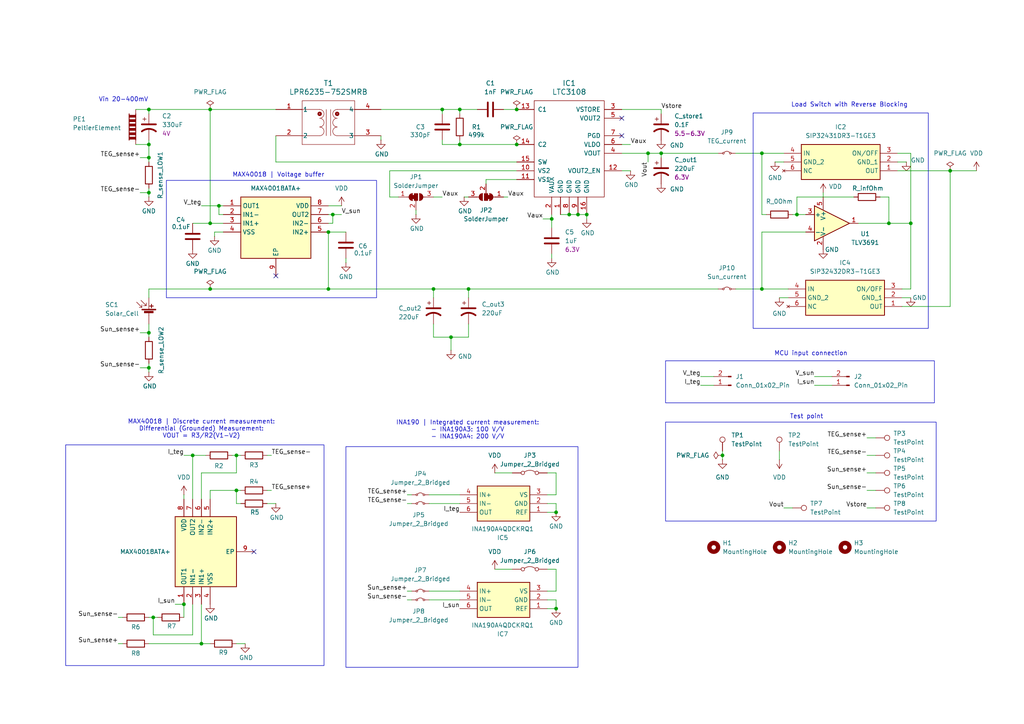
<source format=kicad_sch>
(kicad_sch (version 20231120) (generator "eeschema") (generator_version "8.0")
  (paper "A4")
  (lib_symbols
    (symbol "Comparator:TLV7031DBV" (pin_names (offset 0.127))
      (property "Reference" "U" (at -1.27 6.35 0))
      (property "Value" "TLV7031DBV" (at -1.27 3.81 0))
      (symbol "TLV7031DBV_0_1"
        (pin power_in line (at -2.54 -7.62 90) (length 3.81) (name "V-") (number "2"))
        (pin power_in line (at -2.54 7.62 270) (length 3.81) (name "V+") (number "5"))
      )
      (symbol "TLV7031DBV_1_1"
        (pin output line (at 7.62 0 180) (length 2.54) (name "~") (number "1"))
        (pin input line (at -7.62 2.54 0) (length 2.54) (name "+") (number "3"))
        (pin input line (at -7.62 -2.54 0) (length 2.54) (name "-") (number "4"))
      )
    )
    (symbol "Connector:Conn_01x02_Pin" (pin_names (offset 1.016) hide)
      (property "Reference" "J" (at 0 2.54 0))
      (property "Value" "Conn_01x02_Pin" (at 0 -5.08 0))
      (symbol "Conn_01x02_Pin_1_1"
        (pin passive line (at 5.08 0 180) (length 3.81) (name "Pin_1") (number "1"))
        (pin passive line (at 5.08 -2.54 180) (length 3.81) (name "Pin_2") (number "2"))
      )
    )
    (symbol "Connector:TestPoint" (pin_numbers hide) (pin_names (offset 0.762) hide)
      (property "Reference" "TP" (at 0 6.858 0))
      (property "Value" "TestPoint" (at 0 5.08 0))
      (symbol "TestPoint_1_1"
        (pin passive line (at 0 0 90) (length 2.54) (name "1") (number "1"))
      )
    )
    (symbol "Device:C" (pin_numbers hide) (pin_names (offset 0.254))
      (property "Reference" "C" (at 0.635 2.54 0))
      (property "Value" "C" (at 0.635 -2.54 0))
      (symbol "C_1_1"
        (pin passive line (at 0 3.81 270) (length 2.794) (name "~") (number "1"))
        (pin passive line (at 0 -3.81 90) (length 2.794) (name "~") (number "2"))
      )
    )
    (symbol "Device:C_Polarized_US" (pin_numbers hide) (pin_names (offset 0.254) hide)
      (property "Reference" "C" (at 0.635 2.54 0))
      (property "Value" "C_Polarized_US" (at 0.635 -2.54 0))
      (symbol "C_Polarized_US_1_1"
        (pin passive line (at 0 3.81 270) (length 2.794) (name "~") (number "1"))
        (pin passive line (at 0 -3.81 90) (length 3.302) (name "~") (number "2"))
      )
    )
    (symbol "Device:PeltierElement" (pin_numbers hide) (pin_names (offset 0))
      (property "Reference" "PE" (at 0 3.175 0))
      (property "Value" "PeltierElement" (at 0 -1.27 0))
      (symbol "PeltierElement_1_1"
        (pin passive line (at -5.08 0 0) (length 1.27) (name "~") (number "1"))
        (pin passive line (at 5.08 0 180) (length 1.27) (name "~") (number "2"))
      )
    )
    (symbol "Device:R" (pin_numbers hide) (pin_names (offset 0))
      (property "Reference" "R" (at 2.032 0 90))
      (property "Value" "R" (at 0 0 90))
      (symbol "R_1_1"
        (pin passive line (at 0 3.81 270) (length 1.27) (name "~") (number "1"))
        (pin passive line (at 0 -3.81 90) (length 1.27) (name "~") (number "2"))
      )
    )
    (symbol "Device:Solar_Cell" (pin_numbers hide) (pin_names (offset 0) hide)
      (property "Reference" "SC" (at 2.54 2.54 0))
      (property "Value" "Solar_Cell" (at 2.54 0 0))
      (symbol "Solar_Cell_1_1"
        (pin passive line (at 0 5.08 270) (length 2.54) (name "+") (number "1"))
        (pin passive line (at 0 -2.54 90) (length 2.54) (name "-") (number "2"))
      )
    )
    (symbol "INA190A4QDCKRQ1:INA190A4QDCKRQ1"
      (property "Reference" "IC" (at 21.59 7.62 0))
      (property "Value" "INA190A4QDCKRQ1" (at 21.59 5.08 0))
      (symbol "INA190A4QDCKRQ1_1_1"
        (pin passive line (at 0 0 0) (length 5.08) (name "REF") (number "1"))
        (pin passive line (at 0 -2.54 0) (length 5.08) (name "GND") (number "2"))
        (pin passive line (at 0 -5.08 0) (length 5.08) (name "VS") (number "3"))
        (pin passive line (at 25.4 -5.08 180) (length 5.08) (name "IN+") (number "4"))
        (pin passive line (at 25.4 -2.54 180) (length 5.08) (name "IN-") (number "5"))
        (pin passive line (at 25.4 0 180) (length 5.08) (name "OUT") (number "6"))
      )
    )
    (symbol "Jumper:Jumper_2_Bridged" (pin_numbers hide) (pin_names (offset 0) hide) (exclude_from_sim yes)
      (property "Reference" "JP" (at 0 1.905 0))
      (property "Value" "Jumper_2_Bridged" (at 0 -2.54 0))
      (symbol "Jumper_2_Bridged_1_1"
        (pin passive line (at -5.08 0 0) (length 2.54) (name "A") (number "1"))
        (pin passive line (at 5.08 0 180) (length 2.54) (name "B") (number "2"))
      )
    )
    (symbol "Jumper:Jumper_2_Small_Bridged" (pin_numbers hide) (pin_names (offset 0) hide) (exclude_from_sim yes)
      (property "Reference" "JP" (at 0 2.032 0))
      (property "Value" "Jumper_2_Small_Bridged" (at 0 -2.286 0))
      (symbol "Jumper_2_Small_Bridged_1_1"
        (pin passive line (at -2.54 0 0) (length 1.27) (name "A") (number "1"))
        (pin passive line (at 2.54 0 180) (length 1.27) (name "B") (number "2"))
      )
    )
    (symbol "Jumper:SolderJumper_3_Bridged12" (pin_names (offset 0) hide) (exclude_from_sim yes) (in_bom no)
      (property "Reference" "JP" (at -2.54 -2.54 0))
      (property "Value" "SolderJumper_3_Bridged12" (at 0 2.794 0))
      (symbol "SolderJumper_3_Bridged12_1_1"
        (pin passive line (at -5.08 0 0) (length 2.54) (name "A") (number "1"))
        (pin passive line (at 0 -3.81 90) (length 2.54) (name "C") (number "2"))
        (pin passive line (at 5.08 0 180) (length 2.54) (name "B") (number "3"))
      )
    )
    (symbol "LPR6235-752SMRB:LPR6235-752SMRB" (pin_names (offset 0.254))
      (property "Reference" "T" (at 15.24 7.62 0))
      (property "Value" "LPR6235-752SMRB" (at 20.32 5.08 0))
      (symbol "LPR6235-752SMRB_0_1"
        (pin unspecified line (at 0 0 0) (length 7.62) (name "1") (number "1"))
        (pin unspecified line (at 0 -7.62 0) (length 7.62) (name "2") (number "2"))
        (pin unspecified line (at 30.48 -7.62 180) (length 7.62) (name "3") (number "3"))
        (pin unspecified line (at 30.48 0 180) (length 7.62) (name "4") (number "4"))
      )
    )
    (symbol "MAX40018ATA+:MAX40018ATA+"
      (property "Reference" "IC" (at 26.67 7.62 0))
      (property "Value" "MAX40018ATA+" (at 26.67 5.08 0))
      (symbol "MAX40018ATA+_1_1"
        (pin passive line (at 0 0 0) (length 5.08) (name "OUT1") (number "1"))
        (pin passive line (at 0 -2.54 0) (length 5.08) (name "IN1-") (number "2"))
        (pin passive line (at 0 -5.08 0) (length 5.08) (name "IN1+") (number "3"))
        (pin passive line (at 0 -7.62 0) (length 5.08) (name "VSS") (number "4"))
        (pin passive line (at 30.48 -7.62 180) (length 5.08) (name "IN2+") (number "5"))
        (pin passive line (at 30.48 -5.08 180) (length 5.08) (name "IN2-") (number "6"))
        (pin passive line (at 30.48 -2.54 180) (length 5.08) (name "OUT2") (number "7"))
        (pin passive line (at 30.48 0 180) (length 5.08) (name "VDD") (number "8"))
        (pin passive line (at 15.24 -20.32 90) (length 5.08) (name "EP") (number "9"))
      )
    )
    (symbol "Mechanical:MountingHole" (pin_names (offset 1.016)) (exclude_from_sim yes) (in_bom no)
      (property "Reference" "H" (at 0 5.08 0))
      (property "Value" "MountingHole" (at 0 3.175 0))
    )
    (symbol "SIP32431DR3-T1GE3:SIP32431DR3-T1GE3"
      (property "Reference" "IC" (at 29.21 7.62 0))
      (property "Value" "SIP32431DR3-T1GE3" (at 29.21 5.08 0))
      (symbol "SIP32431DR3-T1GE3_1_1"
        (pin passive line (at 0 0 0) (length 5.08) (name "OUT") (number "1"))
        (pin passive line (at 0 -2.54 0) (length 5.08) (name "GND_1") (number "2"))
        (pin passive line (at 0 -5.08 0) (length 5.08) (name "ON/OFF") (number "3"))
        (pin passive line (at 33.02 -5.08 180) (length 5.08) (name "IN") (number "4"))
        (pin passive line (at 33.02 -2.54 180) (length 5.08) (name "GND_2") (number "5"))
        (pin no_connect line (at 33.02 0 180) (length 5.08) (name "NC") (number "6"))
      )
    )
    (symbol "ltc3108-cache:LTC3108" (pin_names (offset 1.016))
      (property "Reference" "IC" (at 8.89 13.97 0))
      (property "Value" "LTC3108" (at -5.08 13.97 0))
      (symbol "LTC3108_1_1"
        (pin power_in line (at -2.54 -20.32 90) (length 5.08) (name "GND") (number "1"))
        (pin input line (at -15.24 -7.62 0) (length 5.08) (name "VS2") (number "10"))
        (pin input line (at -15.24 -10.16 0) (length 5.08) (name "VS1") (number "11"))
        (pin input line (at 15.24 -7.62 180) (length 5.08) (name "VOUT2_EN") (number "12"))
        (pin power_in line (at -15.24 10.16 0) (length 5.08) (name "C1") (number "13"))
        (pin power_in line (at -15.24 0 0) (length 5.08) (name "C2") (number "14"))
        (pin power_out line (at -15.24 -5.08 0) (length 5.08) (name "SW") (number "15"))
        (pin power_in line (at 5.08 -20.32 90) (length 5.08) (name "GND") (number "16"))
        (pin power_out line (at -5.08 -20.32 90) (length 5.08) (name "VAUX") (number "2"))
        (pin power_out line (at 15.24 10.16 180) (length 5.08) (name "VSTORE") (number "3"))
        (pin power_out line (at 15.24 -2.54 180) (length 5.08) (name "VOUT") (number "4"))
        (pin power_out line (at 15.24 7.62 180) (length 5.08) (name "VOUT2") (number "5"))
        (pin power_out line (at 15.24 0 180) (length 5.08) (name "VLDO") (number "6"))
        (pin output line (at 15.24 2.54 180) (length 5.08) (name "PGD") (number "7"))
        (pin power_in line (at 0 -20.32 90) (length 5.08) (name "GND") (number "8"))
        (pin power_in line (at 2.54 -20.32 90) (length 5.08) (name "GND") (number "9"))
      )
    )
    (symbol "power:GND" (power) (pin_numbers hide) (pin_names (offset 0) hide)
      (property "Value" "GND" (at 0 -3.81 0))
      (symbol "GND_1_1"
        (pin power_in line (at 0 0 270) (length 0) (name "~") (number "1"))
      )
    )
    (symbol "power:PWR_FLAG" (power) (pin_numbers hide) (pin_names (offset 0) hide)
      (property "Value" "PWR_FLAG" (at 0 3.81 0))
      (symbol "PWR_FLAG_0_0"
        (pin power_out line (at 0 0 90) (length 0) (name "~") (number "1"))
      )
    )
    (symbol "power:VDD" (power) (pin_numbers hide) (pin_names (offset 0) hide)
      (property "Value" "VDD" (at 0 3.556 0))
      (symbol "VDD_1_1"
        (pin power_in line (at 0 0 90) (length 0) (name "~") (number "1"))
      )
    )
  )
  (junction (at 209.55 132.08))
  (junction (at 43.18 96.52))
  (junction (at 55.88 132.08))
  (junction (at 130.81 97.79))
  (junction (at 44.45 179.07))
  (junction (at 264.16 64.77))
  (junction (at 191.77 44.45))
  (junction (at 63.5 59.69))
  (junction (at 43.18 31.75))
  (junction (at 68.58 132.08))
  (junction (at 53.34 175.26))
  (junction (at 60.96 31.75))
  (junction (at 167.64 62.23))
  (junction (at 135.89 83.82))
  (junction (at 43.18 55.88))
  (junction (at 220.98 83.82))
  (junction (at 149.86 31.75))
  (junction (at 58.42 186.69))
  (junction (at 160.02 63.5))
  (junction (at 133.35 41.91))
  (junction (at 165.1 62.23))
  (junction (at 170.18 62.23))
  (junction (at 125.73 83.82))
  (junction (at 149.86 41.91))
  (junction (at 60.96 64.77))
  (junction (at 95.25 67.31))
  (junction (at 43.18 41.91))
  (junction (at 187.96 44.45))
  (junction (at 68.58 142.24))
  (junction (at 96.52 62.23))
  (junction (at 231.14 62.23))
  (junction (at 128.27 31.75))
  (junction (at 257.81 64.77))
  (junction (at 161.29 148.59))
  (junction (at 60.96 83.82))
  (junction (at 133.35 31.75))
  (junction (at 161.29 176.53))
  (junction (at 43.18 106.68))
  (junction (at 220.98 44.45))
  (junction (at 95.25 83.82))
  (junction (at 43.18 45.72))
  (junction (at 275.59 49.53))
  (no_connect (at 80.01 80.01))
  (no_connect (at 73.66 160.02))
  (no_connect (at 180.34 39.37))
  (no_connect (at 180.34 34.29))
  (wire (pts (xy 227.33 147.32) (xy 229.87 147.32)))
  (wire (pts (xy 203.2 109.22) (xy 207.01 109.22)))
  (wire (pts (xy 264.16 64.77) (xy 264.16 83.82)))
  (wire (pts (xy 128.27 31.75) (xy 128.27 33.02)))
  (wire (pts (xy 113.03 57.15) (xy 115.57 57.15)))
  (wire (pts (xy 68.58 132.08) (xy 69.85 132.08)))
  (wire (pts (xy 58.42 144.78) (xy 58.42 137.16)))
  (wire (pts (xy 191.77 45.72) (xy 191.77 44.45)))
  (wire (pts (xy 100.33 76.2) (xy 100.33 74.93)))
  (wire (pts (xy 170.18 62.23) (xy 170.18 63.5)))
  (wire (pts (xy 43.18 179.07) (xy 44.45 179.07)))
  (wire (pts (xy 161.29 137.16) (xy 161.29 143.51)))
  (wire (pts (xy 180.34 44.45) (xy 187.96 44.45)))
  (wire (pts (xy 158.75 173.99) (xy 161.29 173.99)))
  (wire (pts (xy 58.42 137.16) (xy 68.58 137.16)))
  (wire (pts (xy 264.16 86.36) (xy 261.62 86.36)))
  (wire (pts (xy 43.18 83.82) (xy 43.18 86.36)))
  (wire (pts (xy 220.98 67.31) (xy 220.98 83.82)))
  (wire (pts (xy 161.29 171.45) (xy 158.75 171.45)))
  (wire (pts (xy 233.68 67.31) (xy 220.98 67.31)))
  (wire (pts (xy 77.47 132.08) (xy 78.74 132.08)))
  (wire (pts (xy 224.79 46.99) (xy 227.33 46.99)))
  (wire (pts (xy 128.27 31.75) (xy 133.35 31.75)))
  (wire (pts (xy 209.55 130.81) (xy 209.55 132.08)))
  (wire (pts (xy 62.23 68.58) (xy 62.23 67.31)))
  (wire (pts (xy 187.96 44.45) (xy 191.77 44.45)))
  (wire (pts (xy 55.88 175.26) (xy 55.88 184.15)))
  (wire (pts (xy 124.46 146.05) (xy 133.35 146.05)))
  (wire (pts (xy 43.18 186.69) (xy 58.42 186.69)))
  (wire (pts (xy 143.51 165.1) (xy 148.59 165.1)))
  (wire (pts (xy 160.02 63.5) (xy 160.02 66.04)))
  (wire (pts (xy 40.64 45.72) (xy 43.18 45.72)))
  (wire (pts (xy 191.77 31.75) (xy 191.77 33.02)))
  (wire (pts (xy 233.68 62.23) (xy 231.14 62.23)))
  (wire (pts (xy 125.73 83.82) (xy 135.89 83.82)))
  (wire (pts (xy 43.18 41.91) (xy 43.18 45.72)))
  (wire (pts (xy 63.5 62.23) (xy 63.5 59.69)))
  (wire (pts (xy 95.25 67.31) (xy 95.25 83.82)))
  (wire (pts (xy 68.58 146.05) (xy 68.58 142.24)))
  (wire (pts (xy 161.29 137.16) (xy 158.75 137.16)))
  (wire (pts (xy 180.34 31.75) (xy 191.77 31.75)))
  (wire (pts (xy 125.73 93.98) (xy 125.73 97.79)))
  (wire (pts (xy 231.14 62.23) (xy 229.87 62.23)))
  (wire (pts (xy 55.88 132.08) (xy 59.69 132.08)))
  (wire (pts (xy 125.73 57.15) (xy 128.27 57.15)))
  (wire (pts (xy 160.02 73.66) (xy 160.02 74.93)))
  (wire (pts (xy 44.45 184.15) (xy 44.45 179.07)))
  (wire (pts (xy 120.65 60.96) (xy 120.65 62.23)))
  (wire (pts (xy 220.98 83.82) (xy 228.6 83.82)))
  (wire (pts (xy 161.29 148.59) (xy 161.29 146.05)))
  (wire (pts (xy 161.29 165.1) (xy 161.29 171.45)))
  (wire (pts (xy 203.2 111.76) (xy 207.01 111.76)))
  (wire (pts (xy 161.29 165.1) (xy 158.75 165.1)))
  (wire (pts (xy 43.18 31.75) (xy 43.18 33.02)))
  (wire (pts (xy 68.58 137.16) (xy 68.58 132.08)))
  (wire (pts (xy 40.64 96.52) (xy 43.18 96.52)))
  (wire (pts (xy 257.81 57.15) (xy 255.27 57.15)))
  (wire (pts (xy 58.42 59.69) (xy 63.5 59.69)))
  (wire (pts (xy 39.37 31.75) (xy 43.18 31.75)))
  (wire (pts (xy 162.56 62.23) (xy 165.1 62.23)))
  (wire (pts (xy 80.01 46.99) (xy 149.86 46.99)))
  (wire (pts (xy 213.36 83.82) (xy 220.98 83.82)))
  (wire (pts (xy 251.46 127) (xy 254 127)))
  (wire (pts (xy 158.75 146.05) (xy 161.29 146.05)))
  (wire (pts (xy 161.29 148.59) (xy 158.75 148.59)))
  (wire (pts (xy 251.46 142.24) (xy 254 142.24)))
  (wire (pts (xy 110.49 31.75) (xy 128.27 31.75)))
  (wire (pts (xy 40.64 106.68) (xy 43.18 106.68)))
  (wire (pts (xy 220.98 44.45) (xy 227.33 44.45)))
  (wire (pts (xy 43.18 83.82) (xy 60.96 83.82)))
  (wire (pts (xy 133.35 40.64) (xy 133.35 41.91)))
  (wire (pts (xy 43.18 31.75) (xy 60.96 31.75)))
  (wire (pts (xy 118.11 146.05) (xy 119.38 146.05)))
  (wire (pts (xy 95.25 83.82) (xy 125.73 83.82)))
  (wire (pts (xy 53.34 175.26) (xy 53.34 179.07)))
  (wire (pts (xy 110.49 39.37) (xy 110.49 40.64)))
  (wire (pts (xy 95.25 64.77) (xy 96.52 64.77)))
  (wire (pts (xy 226.06 86.36) (xy 228.6 86.36)))
  (wire (pts (xy 113.03 49.53) (xy 149.86 49.53)))
  (wire (pts (xy 60.96 83.82) (xy 95.25 83.82)))
  (wire (pts (xy 60.96 142.24) (xy 68.58 142.24)))
  (wire (pts (xy 149.86 52.07) (xy 140.97 52.07)))
  (wire (pts (xy 43.18 105.41) (xy 43.18 106.68)))
  (wire (pts (xy 187.96 44.45) (xy 187.96 46.99)))
  (wire (pts (xy 60.96 142.24) (xy 60.96 144.78)))
  (wire (pts (xy 236.22 111.76) (xy 241.3 111.76)))
  (wire (pts (xy 60.96 64.77) (xy 64.77 64.77)))
  (wire (pts (xy 135.89 97.79) (xy 135.89 93.98)))
  (wire (pts (xy 60.96 31.75) (xy 60.96 64.77)))
  (wire (pts (xy 208.28 44.45) (xy 191.77 44.45)))
  (wire (pts (xy 220.98 62.23) (xy 220.98 44.45)))
  (wire (pts (xy 251.46 132.08) (xy 254 132.08)))
  (wire (pts (xy 43.18 96.52) (xy 43.18 93.98)))
  (wire (pts (xy 63.5 59.69) (xy 64.77 59.69)))
  (wire (pts (xy 34.29 186.69) (xy 35.56 186.69)))
  (wire (pts (xy 130.81 101.6) (xy 130.81 97.79)))
  (wire (pts (xy 251.46 137.16) (xy 254 137.16)))
  (wire (pts (xy 161.29 176.53) (xy 161.29 173.99)))
  (wire (pts (xy 39.37 41.91) (xy 43.18 41.91)))
  (wire (pts (xy 68.58 142.24) (xy 69.85 142.24)))
  (wire (pts (xy 67.31 132.08) (xy 68.58 132.08)))
  (wire (pts (xy 128.27 41.91) (xy 133.35 41.91)))
  (wire (pts (xy 43.18 40.64) (xy 43.18 41.91)))
  (wire (pts (xy 167.64 62.23) (xy 170.18 62.23)))
  (wire (pts (xy 43.18 57.15) (xy 43.18 55.88)))
  (wire (pts (xy 146.05 57.15) (xy 147.32 57.15)))
  (wire (pts (xy 213.36 44.45) (xy 220.98 44.45)))
  (wire (pts (xy 43.18 55.88) (xy 43.18 54.61)))
  (wire (pts (xy 238.76 55.88) (xy 238.76 57.15)))
  (wire (pts (xy 60.96 31.75) (xy 80.01 31.75)))
  (wire (pts (xy 260.35 44.45) (xy 264.16 44.45)))
  (wire (pts (xy 96.52 62.23) (xy 99.06 62.23)))
  (wire (pts (xy 135.89 86.36) (xy 135.89 83.82)))
  (wire (pts (xy 134.62 57.15) (xy 135.89 57.15)))
  (wire (pts (xy 220.98 62.23) (xy 222.25 62.23)))
  (wire (pts (xy 231.14 57.15) (xy 231.14 62.23)))
  (wire (pts (xy 261.62 88.9) (xy 275.59 88.9)))
  (wire (pts (xy 55.88 64.77) (xy 60.96 64.77)))
  (wire (pts (xy 118.11 173.99) (xy 119.38 173.99)))
  (wire (pts (xy 34.29 179.07) (xy 35.56 179.07)))
  (wire (pts (xy 157.48 63.5) (xy 160.02 63.5)))
  (wire (pts (xy 275.59 49.53) (xy 275.59 88.9)))
  (wire (pts (xy 124.46 171.45) (xy 133.35 171.45)))
  (wire (pts (xy 260.35 46.99) (xy 262.89 46.99)))
  (wire (pts (xy 125.73 83.82) (xy 125.73 86.36)))
  (wire (pts (xy 128.27 40.64) (xy 128.27 41.91)))
  (wire (pts (xy 62.23 67.31) (xy 64.77 67.31)))
  (wire (pts (xy 165.1 62.23) (xy 167.64 62.23)))
  (wire (pts (xy 124.46 173.99) (xy 133.35 173.99)))
  (wire (pts (xy 68.58 186.69) (xy 71.12 186.69)))
  (wire (pts (xy 264.16 44.45) (xy 264.16 64.77)))
  (wire (pts (xy 160.02 62.23) (xy 160.02 63.5)))
  (wire (pts (xy 58.42 186.69) (xy 60.96 186.69)))
  (wire (pts (xy 118.11 171.45) (xy 119.38 171.45)))
  (wire (pts (xy 161.29 143.51) (xy 158.75 143.51)))
  (wire (pts (xy 64.77 62.23) (xy 63.5 62.23)))
  (wire (pts (xy 80.01 39.37) (xy 80.01 46.99)))
  (wire (pts (xy 146.05 31.75) (xy 149.86 31.75)))
  (wire (pts (xy 260.35 49.53) (xy 275.59 49.53)))
  (wire (pts (xy 95.25 59.69) (xy 99.06 59.69)))
  (wire (pts (xy 77.47 146.05) (xy 80.01 146.05)))
  (wire (pts (xy 55.88 132.08) (xy 55.88 144.78)))
  (wire (pts (xy 231.14 57.15) (xy 247.65 57.15)))
  (wire (pts (xy 43.18 106.68) (xy 43.18 107.95)))
  (wire (pts (xy 209.55 132.08) (xy 209.55 133.35)))
  (wire (pts (xy 180.34 49.53) (xy 182.88 49.53)))
  (wire (pts (xy 140.97 52.07) (xy 140.97 53.34)))
  (wire (pts (xy 77.47 142.24) (xy 78.74 142.24)))
  (wire (pts (xy 226.06 130.81) (xy 226.06 133.35)))
  (wire (pts (xy 43.18 45.72) (xy 43.18 46.99)))
  (wire (pts (xy 248.92 64.77) (xy 257.81 64.77)))
  (wire (pts (xy 135.89 83.82) (xy 208.28 83.82)))
  (wire (pts (xy 257.81 64.77) (xy 264.16 64.77)))
  (wire (pts (xy 133.35 31.75) (xy 138.43 31.75)))
  (wire (pts (xy 53.34 132.08) (xy 55.88 132.08)))
  (wire (pts (xy 143.51 137.16) (xy 148.59 137.16)))
  (wire (pts (xy 50.8 175.26) (xy 53.34 175.26)))
  (wire (pts (xy 125.73 97.79) (xy 130.81 97.79)))
  (wire (pts (xy 95.25 62.23) (xy 96.52 62.23)))
  (wire (pts (xy 261.62 83.82) (xy 264.16 83.82)))
  (wire (pts (xy 118.11 143.51) (xy 119.38 143.51)))
  (wire (pts (xy 44.45 179.07) (xy 45.72 179.07)))
  (wire (pts (xy 257.81 57.15) (xy 257.81 64.77)))
  (wire (pts (xy 124.46 143.51) (xy 133.35 143.51)))
  (wire (pts (xy 113.03 49.53) (xy 113.03 57.15)))
  (wire (pts (xy 95.25 67.31) (xy 100.33 67.31)))
  (wire (pts (xy 133.35 41.91) (xy 149.86 41.91)))
  (wire (pts (xy 180.34 41.91) (xy 182.88 41.91)))
  (wire (pts (xy 55.88 184.15) (xy 44.45 184.15)))
  (wire (pts (xy 69.85 146.05) (xy 68.58 146.05)))
  (wire (pts (xy 275.59 49.53) (xy 283.21 49.53)))
  (wire (pts (xy 130.81 97.79) (xy 135.89 97.79)))
  (wire (pts (xy 161.29 176.53) (xy 158.75 176.53)))
  (wire (pts (xy 133.35 31.75) (xy 133.35 33.02)))
  (wire (pts (xy 53.34 143.51) (xy 53.34 144.78)))
  (wire (pts (xy 251.46 147.32) (xy 254 147.32)))
  (wire (pts (xy 236.22 109.22) (xy 241.3 109.22)))
  (wire (pts (xy 96.52 64.77) (xy 96.52 62.23)))
  (wire (pts (xy 58.42 186.69) (xy 58.42 175.26)))
  (wire (pts (xy 40.64 55.88) (xy 43.18 55.88)))
  (wire (pts (xy 43.18 97.79) (xy 43.18 96.52)))
  (rectangle (start 100.33 129.54) (end 167.64 193.548))
  (rectangle (start 193.04 122.428) (end 271.526 151.13))
  (rectangle (start 218.44 32.766) (end 269.24 95.25))
  (rectangle (start 19.05 129.032) (end 93.98 193.04))
  (rectangle (start 193.04 104.648) (end 271.018 116.84))
  (rectangle (start 48.26 52.324) (end 109.22 86.36))
  (image (at -34.29 162.56) (scale 0.328097))
  (text "MAX40018 | Discrete current measurement:\nDifferential (Grounded) Measurement:\nVOUT = R3/R2(V1-V2)" (at 58.42 124.46 0) (effects (font (size 1.27 1.27))))
  (text "INA190 | Integrated current measurement:\n- INA190A3: 100 V/V\n- INA190A4: 200 V/V\n" (at 135.636 124.714 0) (effects (font (size 1.27 1.27))))
  (text "Load Switch with Reverse Blocking" (at 246.38 30.48 0) (effects (font (size 1.27 1.27))))
  (text "Vin 20-400mV" (at 35.814 28.956 0) (effects (font (size 1.27 1.27))))
  (text "MCU input connection" (at 235.204 102.616 0) (effects (font (size 1.27 1.27))))
  (text "Test point" (at 233.934 120.904 0) (effects (font (size 1.27 1.27))))
  (text "MAX40018 | Voltage buffer" (at 80.772 50.8 0) (effects (font (size 1.27 1.27))))
  (label "Sun_sense+" (at 118.11 171.45 180))
  (label "I_sun" (at 236.22 111.76 180))
  (label "Sun_sense+" (at 34.29 186.69 180))
  (label "I_sun" (at 133.35 176.53 180))
  (label "I_teg" (at 203.2 111.76 180))
  (label "V_sun" (at 99.06 62.23 0))
  (label "Sun_sense-" (at 251.46 142.24 180))
  (label "Vaux" (at 128.27 57.15 0))
  (label "V_teg" (at 203.2 109.22 180))
  (label "TEG_sense+" (at 118.11 143.51 180))
  (label "Vaux" (at 147.32 57.15 0))
  (label "TEG_sense+" (at 40.64 45.72 180))
  (label "Vout" (at 187.96 46.99 270))
  (label "Vstore" (at 191.77 31.75 0))
  (label "Sun_sense-" (at 40.64 106.68 180))
  (label "I_teg" (at 53.34 132.08 180))
  (label "Vaux" (at 157.48 63.5 180))
  (label "V_sun" (at 236.22 109.22 180))
  (label "I_sun" (at 50.8 175.26 180))
  (label "Sun_sense-" (at 34.29 179.07 180))
  (label "Vaux" (at 182.88 41.91 0))
  (label "TEG_sense-" (at 251.46 132.08 180))
  (label "Sun_sense-" (at 118.11 173.99 180))
  (label "I_teg" (at 133.35 148.59 180))
  (label "Sun_sense+" (at 251.46 137.16 180))
  (label "TEG_sense+" (at 78.74 142.24 0))
  (label "TEG_sense-" (at 118.11 146.05 180))
  (label "Vstore" (at 251.46 147.32 180))
  (label "V_teg" (at 58.42 59.69 180))
  (label "TEG_sense-" (at 40.64 55.88 180))
  (label "TEG_sense-" (at 78.74 132.08 0))
  (label "TEG_sense+" (at 251.46 127 180))
  (label "Sun_sense+" (at 40.64 96.52 180))
  (label "Vout" (at 227.33 147.32 180))
  (symbol (lib_id "power:PWR_FLAG") (at 209.55 132.08 90) (unit 1)
    (property "Reference" "#FLG06" (effects (hide yes)))
    (property "Value" "PWR_FLAG" (at 205.74 132.0799 90) (effects (justify left)))
    (property "Description" "Special symbol for telling ERC where power comes from" (effects (hide yes)))
  )
  (symbol (lib_id "Device:C_Polarized_US") (at 43.18 36.83 0) (unit 1)
    (property "Reference" "C2" (at 46.99 33.6549 0) (effects (justify left)))
    (property "Value" "330uF" (at 46.99 36.1949 0) (effects (justify left)))
    (property "Description" "Polarized capacitor, US symbol" (effects (hide yes)))
    (property "Tensione" "4V" (at 46.99 38.7349 0) (effects (justify left)))
  )
  (symbol (lib_id "Device:C_Polarized_US") (at 191.77 36.83 0) (unit 1)
    (property "Reference" "C_store1" (at 195.58 33.6549 0) (effects (justify left)))
    (property "Value" "0.1F" (at 195.58 36.1949 0) (effects (justify left)))
    (property "Description" "Polarized capacitor, US symbol" (effects (hide yes)))
    (property "Voltage" "5.5-6.3V" (at 195.58 38.7349 0) (effects (justify left)))
  )
  (symbol (lib_id "Jumper:Jumper_2_Small_Bridged") (at 121.92 146.05 0) (unit 1) (exclude_from_sim yes)
    (property "Reference" "JP5" (at 121.412 149.352 0))
    (property "Value" "Jumper_2_Bridged" (at 121.412 151.892 0))
    (property "Footprint" "TestPoint:TestPoint_2Pads_Pitch2.54mm_Drill0.8mm" (effects (hide yes)))
    (property "Description" "Jumper, 2-pole, small symbol, bridged" (effects (hide yes)))
  )
  (symbol (lib_id "Jumper:Jumper_2_Small_Bridged") (at 210.82 44.45 0) (unit 1) (exclude_from_sim yes)
    (property "Reference" "JP9" (at 210.82 38.354 0))
    (property "Value" "TEG_current" (at 210.82 40.894 0))
    (property "Footprint" "TestPoint:TestPoint_2Pads_Pitch2.54mm_Drill0.8mm" (effects (hide yes)))
    (property "Description" "Jumper, 2-pole, small symbol, bridged" (effects (hide yes)))
  )
  (symbol (lib_id "power:GND") (at 209.55 133.35 0) (unit 1)
    (property "Reference" "#PWR021" (effects (hide yes)))
    (property "Value" "GND" (at 209.55 138.43 0))
    (property "Description" "Power symbol creates a global label with name \"GND\" , ground" (effects (hide yes)))
  )
  (symbol (lib_id "power:VDD") (at 99.06 59.69 0) (unit 1)
    (property "Reference" "#PWR010" (effects (hide yes)))
    (property "Value" "VDD" (at 99.06 54.61 0))
    (property "Description" "Power symbol creates a global label with name \"VDD\"" (effects (hide yes)))
  )
  (symbol (lib_id "Comparator:TLV7031DBV") (at 241.3 64.77 0) (unit 1)
    (property "Reference" "U1" (at 250.952 67.818 0))
    (property "Value" "TLV3691" (at 250.952 70.358 0))
    (property "Footprint" "Package_TO_SOT_SMD:SOT-23-5_HandSoldering" (effects (hide yes)))
    (property "Datasheet" "https://www.ti.com/lit/ds/symlink/tlv7031.pdf" (effects (hide yes)))
    (property "Description" "Single, 1.6V-6.5V, 315nA Quiescent, Push-Pull Output, Comparator, SOT-23-5/SC-70" (effects (hide yes)))
  )
  (symbol (lib_id "Jumper:Jumper_2_Small_Bridged") (at 121.92 173.99 0) (unit 1) (exclude_from_sim yes)
    (property "Reference" "JP8" (at 121.412 177.292 0))
    (property "Value" "Jumper_2_Bridged" (at 121.412 179.832 0))
    (property "Footprint" "TestPoint:TestPoint_2Pads_Pitch2.54mm_Drill0.8mm" (effects (hide yes)))
    (property "Description" "Jumper, 2-pole, small symbol, bridged" (effects (hide yes)))
  )
  (symbol (lib_id "Device:R") (at 39.37 179.07 90) (unit 1)
    (property "Reference" "R6" (at 39.37 181.864 90))
    (property "Value" "R" (effects (hide yes)))
    (property "Description" "Resistor" (effects (hide yes)))
  )
  (symbol (lib_id "LPR6235-752SMRB:LPR6235-752SMRB") (at 80.01 31.75 0) (unit 1)
    (property "Reference" "T1" (at 95.25 24.13 0) (effects (font (size 1.524 1.524))))
    (property "Value" "LPR6235-752SMRB" (at 95.25 26.67 0) (effects (font (size 1.524 1.524))))
    (property "Footprint" "LPR6235_COC" (effects (hide yes)))
    (property "Datasheet" "LPR6235-752SMRB" (effects (hide yes)))
  )
  (symbol (lib_id "Device:R") (at 43.18 101.6 180) (unit 1)
    (property "Reference" "R_sense_LOW2" (at 46.736 101.6 90))
    (property "Value" "0.02ohm" (effects (hide yes)))
    (property "Description" "Resistor" (effects (hide yes)))
  )
  (symbol (lib_id "MAX40018ATA+:MAX40018ATA+") (at 64.77 59.69 0) (unit 1)
    (property "Reference" "IC3" (effects (hide yes)))
    (property "Value" "MAX40018ATA+" (at 80.01 54.61 0))
    (property "Footprint" "SON65P300X300X80-9N" (effects (hide yes)))
    (property "Datasheet" "https://datasheets.maximintegrated.com/en/ds/MAX40018.pdf" (effects (hide yes)))
    (property "Description" "IC OPAMP GP 2 CIRCUIT 8TDFN" (effects (hide yes)))
    (property "Height" "0.8" (effects (hide yes)))
    (property "Mouser Part Number" "700-MAX40018ATA+" (effects (hide yes)))
    (property "Mouser Price/Stock" "https://www.mouser.co.uk/ProductDetail/Analog-Devices-Maxim-Integrated/MAX40018ATA%2b?qs=MLItCLRbWsz7FYflpBDyMg%3D%3D" (effects (hide yes)))
    (property "Manufacturer_Name" "Analog Devices" (effects (hide yes)))
    (property "Manufacturer_Part_Number" "MAX40018ATA+" (effects (hide yes)))
  )
  (symbol (lib_id "power:GND") (at 80.01 146.05 0) (unit 1)
    (property "Reference" "#PWR025" (effects (hide yes)))
    (property "Value" "GND" (at 80.264 150.114 0))
    (property "Description" "Power symbol creates a global label with name \"GND\" , ground" (effects (hide yes)))
  )
  (symbol (lib_id "power:GND") (at 43.18 107.95 0) (unit 1)
    (property "Reference" "#PWR020" (effects (hide yes)))
    (property "Value" "GND" (at 43.434 112.014 0))
    (property "Description" "Power symbol creates a global label with name \"GND\" , ground" (effects (hide yes)))
  )
  (symbol (lib_id "Device:R") (at 73.66 132.08 90) (unit 1)
    (property "Reference" "R3" (at 73.66 134.874 90))
    (property "Value" "R" (effects (hide yes)))
    (property "Description" "Resistor" (effects (hide yes)))
  )
  (symbol (lib_id "INA190A4QDCKRQ1:INA190A4QDCKRQ1") (at 158.75 148.59 180) (unit 1)
    (property "Reference" "IC5" (at 145.796 155.956 0))
    (property "Value" "INA190A4QDCKRQ1" (at 145.796 153.416 0))
    (property "Footprint" "SOT65P210X110-6N" (effects (hide yes)))
    (property "Datasheet" "http://www.ti.com/lit/gpn/INA190-Q1" (effects (hide yes)))
    (property "Description" "AEC-Q100 40V, bi-dir, low-/high-side, zero-drift, voltage output CSA w/low bias current and enable" (effects (hide yes)))
    (property "Height" "1.1" (effects (hide yes)))
    (property "Mouser Part Number" "595-INA190A4QDCKRQ1" (effects (hide yes)))
    (property "Mouser Price/Stock" "https://www.mouser.co.uk/ProductDetail/Texas-Instruments/INA190A4QDCKRQ1?qs=mAH9sUMRCtuy65K8jF1VBg%3D%3D" (effects (hide yes)))
    (property "Manufacturer_Name" "Texas Instruments" (effects (hide yes)))
    (property "Manufacturer_Part_Number" "INA190A4QDCKRQ1" (effects (hide yes)))
  )
  (symbol (lib_id "Jumper:Jumper_2_Bridged") (at 153.67 137.16 0) (unit 1) (exclude_from_sim yes)
    (property "Reference" "JP3" (at 153.67 132.08 0))
    (property "Value" "Jumper_2_Bridged" (at 153.67 134.62 0))
    (property "Footprint" "TestPoint:TestPoint_2Pads_Pitch2.54mm_Drill0.8mm" (effects (hide yes)))
    (property "Description" "Jumper, 2-pole, closed/bridged" (effects (hide yes)))
  )
  (symbol (lib_id "power:VDD") (at 238.76 55.88 0) (unit 1)
    (property "Reference" "#PWR031" (effects (hide yes)))
    (property "Value" "VDD" (at 242.316 54.102 0))
    (property "Description" "Power symbol creates a global label with name \"VDD\"" (effects (hide yes)))
  )
  (symbol (lib_id "power:PWR_FLAG") (at 60.96 31.75 0) (unit 1)
    (property "Reference" "#FLG01" (effects (hide yes)))
    (property "Value" "PWR_FLAG" (at 60.96 26.67 0))
    (property "Description" "Special symbol for telling ERC where power comes from" (effects (hide yes)))
  )
  (symbol (lib_id "SIP32431DR3-T1GE3:SIP32431DR3-T1GE3") (at 260.35 49.53 180) (unit 1)
    (property "Reference" "IC2" (at 243.84 36.83 0))
    (property "Value" "SIP32431DR3-T1GE3" (at 243.84 39.37 0))
    (property "Footprint" "SOT65P210X110-6N" (effects (hide yes)))
    (property "Datasheet" "https://www.vishay.com/docs/66597/sip32431.pdf" (effects (hide yes)))
    (property "Description" "VISHAY - SIP32431DR3-T1GE3 - IC, LOAD SWITCH, 1.1V-5.5V, 1A, SC70" (effects (hide yes)))
    (property "Height" "1.1" (effects (hide yes)))
    (property "Mouser Part Number" "781-SIP32431DR3-GE3" (effects (hide yes)))
    (property "Mouser Price/Stock" "https://www.mouser.co.uk/ProductDetail/Vishay-Semiconductors/SIP32431DR3-T1GE3?qs=FfLXECYddQQfTuH6ZEcWCg%3D%3D" (effects (hide yes)))
    (property "Manufacturer_Name" "Vishay" (effects (hide yes)))
    (property "Manufacturer_Part_Number" "SIP32431DR3-T1GE3" (effects (hide yes)))
  )
  (symbol (lib_id "Connector:TestPoint") (at 254 137.16 270) (unit 1)
    (property "Reference" "TP5" (at 259.08 135.8899 90) (effects (justify left)))
    (property "Value" "TestPoint" (at 259.08 138.4299 90) (effects (justify left)))
    (property "Footprint" "TestPoint:TestPoint_Keystone_5005-5009_Compact" (effects (hide yes)))
    (property "Description" "test point" (effects (hide yes)))
  )
  (symbol (lib_id "power:PWR_FLAG") (at 275.59 49.53 0) (unit 1)
    (property "Reference" "#FLG04" (effects (hide yes)))
    (property "Value" "PWR_FLAG" (at 275.59 44.45 0))
    (property "Description" "Special symbol for telling ERC where power comes from" (effects (hide yes)))
  )
  (symbol (lib_id "power:GND") (at 55.88 72.39 0) (unit 1)
    (property "Reference" "#PWR014" (effects (hide yes)))
    (property "Value" "GND" (at 55.88 76.454 0))
    (property "Description" "Power symbol creates a global label with name \"GND\" , ground" (effects (hide yes)))
  )
  (symbol (lib_id "Jumper:Jumper_2_Small_Bridged") (at 121.92 171.45 0) (unit 1) (exclude_from_sim yes)
    (property "Reference" "JP7" (at 121.92 165.354 0))
    (property "Value" "Jumper_2_Bridged" (at 121.92 167.894 0))
    (property "Footprint" "TestPoint:TestPoint_2Pads_Pitch2.54mm_Drill0.8mm" (effects (hide yes)))
    (property "Description" "Jumper, 2-pole, small symbol, bridged" (effects (hide yes)))
  )
  (symbol (lib_id "Device:C") (at 55.88 68.58 0) (unit 1)
    (property "Reference" "C4" (at 51.054 63.754 0) (effects (justify left)))
    (property "Value" "0.1uF" (at 49.784 65.786 0) (effects (justify left)))
    (property "Description" "Unpolarized capacitor" (effects (hide yes)))
  )
  (symbol (lib_id "Device:C") (at 142.24 31.75 90) (unit 1)
    (property "Reference" "C1" (at 142.24 24.13 90))
    (property "Value" "1nF" (at 142.24 26.67 90))
    (property "Description" "Unpolarized capacitor" (effects (hide yes)))
  )
  (symbol (lib_id "Device:C") (at 100.33 71.12 0) (unit 1)
    (property "Reference" "C6" (at 103.886 71.374 0) (effects (justify left)))
    (property "Value" "0.1uF" (at 102.616 73.406 0) (effects (justify left)))
    (property "Description" "Unpolarized capacitor" (effects (hide yes)))
  )
  (symbol (lib_id "Mechanical:MountingHole") (at 207.01 158.75 0) (unit 1) (exclude_from_sim yes) (in_bom no)
    (property "Reference" "H1" (at 209.55 157.4799 0) (effects (justify left)))
    (property "Value" "MountingHole" (at 209.55 160.0199 0) (effects (justify left)))
    (property "Footprint" "MountingHole:MountingHole_3.2mm_M3" (effects (hide yes)))
    (property "Description" "Mounting Hole without connection" (effects (hide yes)))
  )
  (symbol (lib_id "Device:R") (at 49.53 179.07 270) (unit 1)
    (property "Reference" "R7" (at 49.784 181.61 90))
    (property "Value" "R" (effects (hide yes)))
    (property "Description" "Resistor" (effects (hide yes)))
  )
  (symbol (lib_id "Connector:Conn_01x02_Pin") (at 212.09 111.76 180) (unit 1)
    (property "Reference" "J1" (at 213.36 109.2199 0) (effects (justify right)))
    (property "Value" "Conn_01x02_Pin" (at 213.36 111.7599 0) (effects (justify right)))
    (property "Footprint" "Connector_PinHeader_2.54mm:PinHeader_1x02_P2.54mm_Vertical" (effects (hide yes)))
    (property "Description" "Generic connector, single row, 01x02, script generated" (effects (hide yes)))
  )
  (symbol (lib_id "power:GND") (at 62.23 68.58 0) (unit 1)
    (property "Reference" "#PWR013" (effects (hide yes)))
    (property "Value" "GND" (at 62.23 72.644 0))
    (property "Description" "Power symbol creates a global label with name \"GND\" , ground" (effects (hide yes)))
  )
  (symbol (lib_id "power:GND") (at 191.77 53.34 0) (unit 1)
    (property "Reference" "#PWR07" (effects (hide yes)))
    (property "Value" "GND" (at 196.342 54.864 0))
    (property "Description" "Power symbol creates a global label with name \"GND\" , ground" (effects (hide yes)))
  )
  (symbol (lib_id "power:GND") (at 161.29 176.53 0) (unit 1)
    (property "Reference" "#PWR029" (effects (hide yes)))
    (property "Value" "GND" (at 161.29 180.594 0))
    (property "Description" "Power symbol creates a global label with name \"GND\" , ground" (effects (hide yes)))
  )
  (symbol (lib_id "Connector:TestPoint") (at 254 142.24 270) (unit 1)
    (property "Reference" "TP6" (at 259.08 140.9699 90) (effects (justify left)))
    (property "Value" "TestPoint" (at 259.08 143.5099 90) (effects (justify left)))
    (property "Footprint" "TestPoint:TestPoint_Keystone_5005-5009_Compact" (effects (hide yes)))
    (property "Description" "test point" (effects (hide yes)))
  )
  (symbol (lib_id "Jumper:Jumper_2_Bridged") (at 153.67 165.1 0) (unit 1) (exclude_from_sim yes)
    (property "Reference" "JP6" (at 153.67 160.02 0))
    (property "Value" "Jumper_2_Bridged" (at 153.67 162.56 0))
    (property "Footprint" "TestPoint:TestPoint_2Pads_Pitch2.54mm_Drill0.8mm" (effects (hide yes)))
    (property "Description" "Jumper, 2-pole, closed/bridged" (effects (hide yes)))
  )
  (symbol (lib_id "power:PWR_FLAG") (at 60.96 83.82 0) (unit 1)
    (property "Reference" "#FLG05" (effects (hide yes)))
    (property "Value" "PWR_FLAG" (at 60.96 78.74 0))
    (property "Description" "Special symbol for telling ERC where power comes from" (effects (hide yes)))
  )
  (symbol (lib_id "power:GND") (at 224.79 46.99 0) (unit 1)
    (property "Reference" "#PWR03" (effects (hide yes)))
    (property "Value" "GND" (at 224.79 51.562 0))
    (property "Description" "Power symbol creates a global label with name \"GND\" , ground" (effects (hide yes)))
  )
  (symbol (lib_id "power:GND") (at 130.81 101.6 0) (unit 1)
    (property "Reference" "#PWR019" (effects (hide yes)))
    (property "Value" "GND" (at 134.874 103.378 0))
    (property "Description" "Power symbol creates a global label with name \"GND\" , ground" (effects (hide yes)))
  )
  (symbol (lib_id "power:GND") (at 161.29 148.59 0) (unit 1)
    (property "Reference" "#PWR026" (effects (hide yes)))
    (property "Value" "GND" (at 161.29 152.654 0))
    (property "Description" "Power symbol creates a global label with name \"GND\" , ground" (effects (hide yes)))
  )
  (symbol (lib_id "Connector:TestPoint") (at 254 147.32 270) (unit 1)
    (property "Reference" "TP8" (at 259.08 146.0499 90) (effects (justify left)))
    (property "Value" "TestPoint" (at 259.08 148.5899 90) (effects (justify left)))
    (property "Footprint" "TestPoint:TestPoint_Keystone_5005-5009_Compact" (effects (hide yes)))
    (property "Description" "test point" (effects (hide yes)))
  )
  (symbol (lib_id "power:GND") (at 160.02 74.93 0) (unit 1)
    (property "Reference" "#PWR015" (effects (hide yes)))
    (property "Value" "GND" (at 160.274 78.994 0))
    (property "Description" "Power symbol creates a global label with name \"GND\" , ground" (effects (hide yes)))
  )
  (symbol (lib_id "Jumper:SolderJumper_3_Bridged12") (at 120.65 57.15 0) (unit 1) (exclude_from_sim yes) (in_bom no)
    (property "Reference" "JP1" (at 120.65 51.308 0))
    (property "Value" "SolderJumper" (at 120.65 53.848 0))
    (property "Footprint" "Jumper:SolderJumper-3_P1.3mm_Bridged12_RoundedPad1.0x1.5mm_NumberLabels" (effects (hide yes)))
    (property "Description" "3-pole Solder Jumper, pins 1+2 closed/bridged" (effects (hide yes)))
  )
  (symbol (lib_id "power:GND") (at 43.18 57.15 0) (unit 1)
    (property "Reference" "#PWR08" (effects (hide yes)))
    (property "Value" "GND" (at 43.18 61.214 0))
    (property "Description" "Power symbol creates a global label with name \"GND\" , ground" (effects (hide yes)))
  )
  (symbol (lib_id "Mechanical:MountingHole") (at 226.06 158.75 270) (unit 1) (exclude_from_sim yes) (in_bom no)
    (property "Reference" "H2" (at 228.6 157.4799 90) (effects (justify left)))
    (property "Value" "MountingHole" (at 228.6 160.0199 90) (effects (justify left)))
    (property "Footprint" "MountingHole:MountingHole_3.2mm_M3" (effects (hide yes)))
    (property "Description" "Mounting Hole without connection" (effects (hide yes)))
  )
  (symbol (lib_id "ltc3108-cache:LTC3108") (at 165.1 41.91 0) (unit 1)
    (property "Reference" "IC1" (at 165.1 24.13 0) (effects (font (size 1.524 1.524))))
    (property "Value" "LTC3108" (at 165.1 26.67 0) (effects (font (size 1.524 1.524))))
  )
  (symbol (lib_id "MAX40018ATA+:MAX40018ATA+") (at 53.34 175.26 90) (unit 1)
    (property "Reference" "IC6" (effects (hide yes)))
    (property "Value" "MAX40018ATA+" (at 49.53 160.0199 90) (effects (justify left)))
    (property "Footprint" "SON65P300X300X80-9N" (effects (hide yes)))
    (property "Datasheet" "https://datasheets.maximintegrated.com/en/ds/MAX40018.pdf" (effects (hide yes)))
    (property "Description" "IC OPAMP GP 2 CIRCUIT 8TDFN" (effects (hide yes)))
    (property "Height" "0.8" (effects (hide yes)))
    (property "Mouser Part Number" "700-MAX40018ATA+" (effects (hide yes)))
    (property "Mouser Price/Stock" "https://www.mouser.co.uk/ProductDetail/Analog-Devices-Maxim-Integrated/MAX40018ATA%2b?qs=MLItCLRbWsz7FYflpBDyMg%3D%3D" (effects (hide yes)))
    (property "Manufacturer_Name" "Analog Devices" (effects (hide yes)))
    (property "Manufacturer_Part_Number" "MAX40018ATA+" (effects (hide yes)))
  )
  (symbol (lib_id "Device:R") (at 73.66 146.05 270) (unit 1)
    (property "Reference" "R5" (at 73.914 148.59 90))
    (property "Value" "R" (effects (hide yes)))
    (property "Description" "Resistor" (effects (hide yes)))
  )
  (symbol (lib_id "power:GND") (at 110.49 40.64 0) (unit 1)
    (property "Reference" "#PWR01" (effects (hide yes)))
    (property "Value" "GND" (at 110.744 44.704 0))
    (property "Description" "Power symbol creates a global label with name \"GND\" , ground" (effects (hide yes)))
  )
  (symbol (lib_id "power:PWR_FLAG") (at 149.86 41.91 0) (unit 1)
    (property "Reference" "#FLG03" (effects (hide yes)))
    (property "Value" "PWR_FLAG" (at 149.86 36.83 0))
    (property "Description" "Special symbol for telling ERC where power comes from" (effects (hide yes)))
  )
  (symbol (lib_id "power:GND") (at 238.76 72.39 0) (unit 1)
    (property "Reference" "#PWR032" (effects (hide yes)))
    (property "Value" "GND" (at 241.3 72.39 0))
    (property "Description" "Power symbol creates a global label with name \"GND\" , ground" (effects (hide yes)))
  )
  (symbol (lib_id "power:VDD") (at 226.06 133.35 180) (unit 1)
    (property "Reference" "#PWR022" (effects (hide yes)))
    (property "Value" "VDD" (at 226.06 138.43 0))
    (property "Description" "Power symbol creates a global label with name \"VDD\"" (effects (hide yes)))
  )
  (symbol (lib_id "Device:R") (at 43.18 50.8 180) (unit 1)
    (property "Reference" "R_sense_LOW1" (at 46.482 50.8 90))
    (property "Value" "0.02ohm" (effects (hide yes)))
    (property "Description" "Resistor" (effects (hide yes)))
  )
  (symbol (lib_id "Connector:TestPoint") (at 226.06 130.81 0) (unit 1)
    (property "Reference" "TP2" (at 228.6 126.2379 0) (effects (justify left)))
    (property "Value" "TestPoint" (at 228.6 128.7779 0) (effects (justify left)))
    (property "Footprint" "TestPoint:TestPoint_Keystone_5005-5009_Compact" (effects (hide yes)))
    (property "Description" "test point" (effects (hide yes)))
  )
  (symbol (lib_id "Device:C_Polarized_US") (at 125.73 90.17 0) (unit 1)
    (property "Reference" "C_out2" (at 115.57 89.408 0) (effects (justify left)))
    (property "Value" "220uF" (at 115.57 91.948 0) (effects (justify left)))
    (property "Description" "Polarized capacitor, US symbol" (effects (hide yes)))
  )
  (symbol (lib_id "Device:R") (at 133.35 36.83 180) (unit 1)
    (property "Reference" "R1" (at 138.176 36.83 0))
    (property "Value" "499k" (at 138.176 39.116 0))
    (property "Description" "Resistor" (effects (hide yes)))
  )
  (symbol (lib_id "power:GND") (at 60.96 175.26 0) (unit 1)
    (property "Reference" "#PWR028" (effects (hide yes)))
    (property "Value" "GND" (at 61.214 179.324 0))
    (property "Description" "Power symbol creates a global label with name \"GND\" , ground" (effects (hide yes)))
  )
  (symbol (lib_id "Jumper:Jumper_2_Small_Bridged") (at 121.92 143.51 0) (unit 1) (exclude_from_sim yes)
    (property "Reference" "JP4" (at 121.92 137.414 0))
    (property "Value" "Jumper_2_Bridged" (at 121.92 139.954 0))
    (property "Footprint" "TestPoint:TestPoint_2Pads_Pitch2.54mm_Drill0.8mm" (effects (hide yes)))
    (property "Description" "Jumper, 2-pole, small symbol, bridged" (effects (hide yes)))
  )
  (symbol (lib_id "power:VDD") (at 283.21 49.53 0) (unit 1)
    (property "Reference" "#PWR06" (effects (hide yes)))
    (property "Value" "VDD" (at 283.21 44.45 0))
    (property "Description" "Power symbol creates a global label with name \"VDD\"" (effects (hide yes)))
  )
  (symbol (lib_id "power:VDD") (at 143.51 165.1 0) (unit 1)
    (property "Reference" "#PWR027" (effects (hide yes)))
    (property "Value" "VDD" (at 143.51 160.02 0))
    (property "Description" "Power symbol creates a global label with name \"VDD\"" (effects (hide yes)))
  )
  (symbol (lib_id "Device:R") (at 73.66 142.24 90) (unit 1)
    (property "Reference" "R4" (at 73.66 139.7 90))
    (property "Value" "R" (effects (hide yes)))
    (property "Description" "Resistor" (effects (hide yes)))
  )
  (symbol (lib_id "SIP32431DR3-T1GE3:SIP32431DR3-T1GE3") (at 261.62 88.9 180) (unit 1)
    (property "Reference" "IC4" (at 245.11 76.2 0))
    (property "Value" "SIP32432DR3-T1GE3" (at 245.11 78.74 0))
    (property "Footprint" "SOT65P210X110-6N" (effects (hide yes)))
    (property "Datasheet" "https://www.vishay.com/docs/66597/sip32431.pdf" (effects (hide yes)))
    (property "Description" "VISHAY - SIP32431DR3-T1GE3 - IC, LOAD SWITCH, 1.1V-5.5V, 1A, SC70" (effects (hide yes)))
    (property "Height" "1.1" (effects (hide yes)))
    (property "Mouser Part Number" "781-SIP32431DR3-GE3" (effects (hide yes)))
    (property "Mouser Price/Stock" "https://www.mouser.co.uk/ProductDetail/Vishay-Semiconductors/SIP32431DR3-T1GE3?qs=FfLXECYddQQfTuH6ZEcWCg%3D%3D" (effects (hide yes)))
    (property "Manufacturer_Name" "Vishay" (effects (hide yes)))
    (property "Manufacturer_Part_Number" "SIP32431DR3-T1GE3" (effects (hide yes)))
  )
  (symbol (lib_id "power:GND") (at 262.89 46.99 0) (unit 1)
    (property "Reference" "#PWR04" (effects (hide yes)))
    (property "Value" "GND" (at 266.192 46.482 0))
    (property "Description" "Power symbol creates a global label with name \"GND\" , ground" (effects (hide yes)))
  )
  (symbol (lib_id "power:GND") (at 182.88 49.53 0) (unit 1)
    (property "Reference" "#PWR05" (effects (hide yes)))
    (property "Value" "GND" (at 183.134 53.594 0))
    (property "Description" "Power symbol creates a global label with name \"GND\" , ground" (effects (hide yes)))
  )
  (symbol (lib_id "Jumper:SolderJumper_3_Bridged12") (at 140.97 57.15 180) (unit 1) (exclude_from_sim yes) (in_bom no)
    (property "Reference" "JP2" (at 140.97 60.96 0))
    (property "Value" "SolderJumper" (at 140.97 63.5 0))
    (property "Footprint" "Jumper:SolderJumper-3_P1.3mm_Bridged12_RoundedPad1.0x1.5mm_NumberLabels" (effects (hide yes)))
    (property "Description" "3-pole Solder Jumper, pins 1+2 closed/bridged" (effects (hide yes)))
  )
  (symbol (lib_id "Mechanical:MountingHole") (at 245.11 158.75 0) (unit 1) (exclude_from_sim yes) (in_bom no)
    (property "Reference" "H3" (at 247.65 157.4799 0) (effects (justify left)))
    (property "Value" "MountingHole" (at 247.65 160.0199 0) (effects (justify left)))
    (property "Footprint" "MountingHole:MountingHole_3.2mm_M3" (effects (hide yes)))
    (property "Description" "Mounting Hole without connection" (effects (hide yes)))
  )
  (symbol (lib_id "Device:R") (at 251.46 57.15 90) (unit 1)
    (property "Reference" "R_infOhm" (at 251.714 54.61 90))
    (property "Value" "0" (effects (hide yes)))
    (property "Description" "Resistor" (effects (hide yes)))
  )
  (symbol (lib_id "Device:R") (at 39.37 186.69 90) (unit 1)
    (property "Reference" "R8" (at 39.37 189.484 90))
    (property "Value" "R" (effects (hide yes)))
    (property "Description" "Resistor" (effects (hide yes)))
  )
  (symbol (lib_id "power:GND") (at 120.65 62.23 0) (unit 1)
    (property "Reference" "#PWR011" (effects (hide yes)))
    (property "Value" "GND" (at 120.904 66.294 0))
    (property "Description" "Power symbol creates a global label with name \"GND\" , ground" (effects (hide yes)))
  )
  (symbol (lib_id "power:VDD") (at 143.51 137.16 0) (unit 1)
    (property "Reference" "#PWR023" (effects (hide yes)))
    (property "Value" "VDD" (at 143.51 132.08 0))
    (property "Description" "Power symbol creates a global label with name \"VDD\"" (effects (hide yes)))
  )
  (symbol (lib_id "Device:R") (at 63.5 132.08 270) (unit 1)
    (property "Reference" "R2" (at 63.5 135.128 90))
    (property "Value" "R" (effects (hide yes)))
    (property "Description" "Resistor" (effects (hide yes)))
  )
  (symbol (lib_id "power:GND") (at 170.18 63.5 0) (unit 1)
    (property "Reference" "#PWR012" (effects (hide yes)))
    (property "Value" "GND" (at 170.434 67.564 0))
    (property "Description" "Power symbol creates a global label with name \"GND\" , ground" (effects (hide yes)))
  )
  (symbol (lib_id "Connector:TestPoint") (at 254 127 270) (unit 1)
    (property "Reference" "TP3" (at 259.08 125.7299 90) (effects (justify left)))
    (property "Value" "TestPoint" (at 259.08 128.2699 90) (effects (justify left)))
    (property "Footprint" "TestPoint:TestPoint_Keystone_5005-5009_Compact" (effects (hide yes)))
    (property "Description" "test point" (effects (hide yes)))
  )
  (symbol (lib_id "Device:C_Polarized_US") (at 135.89 90.17 0) (unit 1)
    (property "Reference" "C_out3" (at 139.7 88.2649 0) (effects (justify left)))
    (property "Value" "220uF" (at 139.7 90.8049 0) (effects (justify left)))
    (property "Description" "Polarized capacitor, US symbol" (effects (hide yes)))
  )
  (symbol (lib_id "Connector:TestPoint") (at 229.87 147.32 270) (unit 1)
    (property "Reference" "TP7" (at 234.95 146.0499 90) (effects (justify left)))
    (property "Value" "TestPoint" (at 234.95 148.5899 90) (effects (justify left)))
    (property "Footprint" "TestPoint:TestPoint_Keystone_5005-5009_Compact" (effects (hide yes)))
    (property "Description" "test point" (effects (hide yes)))
  )
  (symbol (lib_id "Device:Solar_Cell") (at 43.18 91.44 0) (unit 1)
    (property "Reference" "SC1" (at 30.48 88.392 0) (effects (justify left)))
    (property "Value" "Solar_Cell" (at 30.48 90.932 0) (effects (justify left)))
    (property "Description" "Single solar cell" (effects (hide yes)))
  )
  (symbol (lib_id "Device:PeltierElement") (at 39.37 36.83 90) (unit 1)
    (property "Reference" "PE1" (at 21.082 34.544 90) (effects (justify right)))
    (property "Value" "PeltierElement" (at 21.082 37.084 90) (effects (justify right)))
    (property "Description" "Peltier element, thermoelectric cooler" (effects (hide yes)))
  )
  (symbol (lib_id "power:GND") (at 71.12 186.69 0) (unit 1)
    (property "Reference" "#PWR030" (effects (hide yes)))
    (property "Value" "GND" (at 71.374 190.754 0))
    (property "Description" "Power symbol creates a global label with name \"GND\" , ground" (effects (hide yes)))
  )
  (symbol (lib_id "power:GND") (at 226.06 86.36 0) (unit 1)
    (property "Reference" "#PWR017" (effects (hide yes)))
    (property "Value" "GND" (at 226.06 90.932 0))
    (property "Description" "Power symbol creates a global label with name \"GND\" , ground" (effects (hide yes)))
  )
  (symbol (lib_id "power:GND") (at 191.77 40.64 0) (unit 1)
    (property "Reference" "#PWR02" (effects (hide yes)))
    (property "Value" "GND" (at 196.342 42.164 0))
    (property "Description" "Power symbol creates a global label with name \"GND\" , ground" (effects (hide yes)))
  )
  (symbol (lib_id "Connector:TestPoint") (at 209.55 130.81 0) (unit 1)
    (property "Reference" "TP1" (at 212.09 126.2379 0) (effects (justify left)))
    (property "Value" "TestPoint" (at 212.09 128.7779 0) (effects (justify left)))
    (property "Footprint" "TestPoint:TestPoint_Keystone_5005-5009_Compact" (effects (hide yes)))
    (property "Description" "test point" (effects (hide yes)))
  )
  (symbol (lib_id "Device:C") (at 160.02 69.85 0) (unit 1)
    (property "Reference" "C5" (at 163.83 67.3099 0) (effects (justify left)))
    (property "Value" "1uF" (at 163.83 69.8499 0) (effects (justify left)))
    (property "Description" "Unpolarized capacitor" (effects (hide yes)))
    (property "Voltage" "6.3V" (at 163.83 72.3899 0) (effects (justify left)))
  )
  (symbol (lib_id "INA190A4QDCKRQ1:INA190A4QDCKRQ1") (at 158.75 176.53 180) (unit 1)
    (property "Reference" "IC7" (at 145.796 183.896 0))
    (property "Value" "INA190A4QDCKRQ1" (at 145.796 181.356 0))
    (property "Footprint" "SOT65P210X110-6N" (effects (hide yes)))
    (property "Datasheet" "http://www.ti.com/lit/gpn/INA190-Q1" (effects (hide yes)))
    (property "Description" "AEC-Q100 40V, bi-dir, low-/high-side, zero-drift, voltage output CSA w/low bias current and enable" (effects (hide yes)))
    (property "Height" "1.1" (effects (hide yes)))
    (property "Mouser Part Number" "595-INA190A4QDCKRQ1" (effects (hide yes)))
    (property "Mouser Price/Stock" "https://www.mouser.co.uk/ProductDetail/Texas-Instruments/INA190A4QDCKRQ1?qs=mAH9sUMRCtuy65K8jF1VBg%3D%3D" (effects (hide yes)))
    (property "Manufacturer_Name" "Texas Instruments" (effects (hide yes)))
    (property "Manufacturer_Part_Number" "INA190A4QDCKRQ1" (effects (hide yes)))
  )
  (symbol (lib_id "power:GND") (at 100.33 76.2 0) (unit 1)
    (property "Reference" "#PWR016" (effects (hide yes)))
    (property "Value" "GND" (at 100.33 80.264 0))
    (property "Description" "Power symbol creates a global label with name \"GND\" , ground" (effects (hide yes)))
  )
  (symbol (lib_id "power:GND") (at 134.62 57.15 0) (unit 1)
    (property "Reference" "#PWR09" (effects (hide yes)))
    (property "Value" "GND" (at 134.874 61.214 0))
    (property "Description" "Power symbol creates a global label with name \"GND\" , ground" (effects (hide yes)))
  )
  (symbol (lib_id "Device:R") (at 226.06 62.23 90) (unit 1)
    (property "Reference" "R_0Ohm" (at 226.06 58.42 90))
    (property "Value" "0" (effects (hide yes)))
    (property "Description" "Resistor" (effects (hide yes)))
  )
  (symbol (lib_id "Jumper:Jumper_2_Small_Bridged") (at 210.82 83.82 0) (unit 1) (exclude_from_sim yes)
    (property "Reference" "JP10" (at 210.82 77.724 0))
    (property "Value" "Sun_current" (at 210.82 80.264 0))
    (property "Footprint" "TestPoint:TestPoint_2Pads_Pitch2.54mm_Drill0.8mm" (effects (hide yes)))
    (property "Description" "Jumper, 2-pole, small symbol, bridged" (effects (hide yes)))
  )
  (symbol (lib_id "Device:C") (at 128.27 36.83 180) (unit 1)
    (property "Reference" "C3" (at 121.92 36.83 0))
    (property "Value" "330pF" (at 121.92 39.116 0))
    (property "Description" "Unpolarized capacitor" (effects (hide yes)))
  )
  (symbol (lib_id "Device:R") (at 64.77 186.69 90) (unit 1)
    (property "Reference" "R9" (at 64.77 189.23 90))
    (property "Value" "R" (effects (hide yes)))
    (property "Description" "Resistor" (effects (hide yes)))
  )
  (symbol (lib_id "power:GND") (at 264.16 86.36 0) (unit 1)
    (property "Reference" "#PWR018" (effects (hide yes)))
    (property "Value" "GND" (at 266.7 86.36 0))
    (property "Description" "Power symbol creates a global label with name \"GND\" , ground" (effects (hide yes)))
  )
  (symbol (lib_id "Device:C_Polarized_US") (at 191.77 49.53 0) (unit 1)
    (property "Reference" "C_out1" (at 195.58 46.3549 0) (effects (justify left)))
    (property "Value" "220uF" (at 195.58 48.8949 0) (effects (justify left)))
    (property "Description" "Polarized capacitor, US symbol" (effects (hide yes)))
    (property "Voltage" "6.3V" (at 195.58 51.4349 0) (effects (justify left)))
  )
  (symbol (lib_id "power:VDD") (at 53.34 143.51 0) (unit 1)
    (property "Reference" "#PWR024" (effects (hide yes)))
    (property "Value" "VDD" (at 53.34 138.43 0))
    (property "Description" "Power symbol creates a global label with name \"VDD\"" (effects (hide yes)))
  )
  (symbol (lib_id "Connector:Conn_01x02_Pin") (at 246.38 111.76 180) (unit 1)
    (property "Reference" "J2" (at 247.65 109.2199 0) (effects (justify right)))
    (property "Value" "Conn_01x02_Pin" (at 247.65 111.7599 0) (effects (justify right)))
    (property "Footprint" "Connector_PinHeader_2.54mm:PinHeader_1x02_P2.54mm_Vertical" (effects (hide yes)))
    (property "Description" "Generic connector, single row, 01x02, script generated" (effects (hide yes)))
  )
  (symbol (lib_id "power:PWR_FLAG") (at 149.86 31.75 0) (unit 1)
    (property "Reference" "#FLG02" (effects (hide yes)))
    (property "Value" "PWR_FLAG" (at 149.86 26.67 0))
    (property "Description" "Special symbol for telling ERC where power comes from" (effects (hide yes)))
  )
  (symbol (lib_id "Connector:TestPoint") (at 254 132.08 270) (unit 1)
    (property "Reference" "TP4" (at 259.08 130.8099 90) (effects (justify left)))
    (property "Value" "TestPoint" (at 259.08 133.3499 90) (effects (justify left)))
    (property "Footprint" "TestPoint:TestPoint_Keystone_5005-5009_Compact" (effects (hide yes)))
    (property "Description" "test point" (effects (hide yes)))
  )
)
</source>
